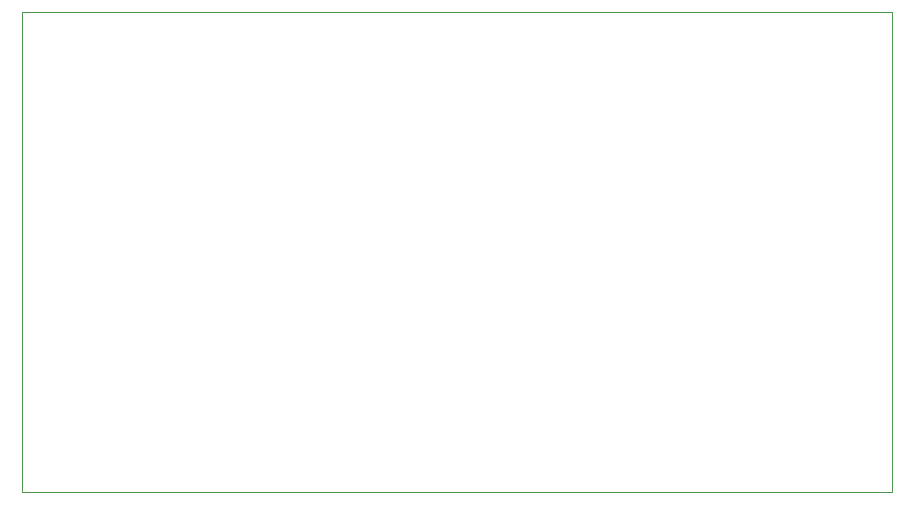
<source format=gbr>
%TF.GenerationSoftware,KiCad,Pcbnew,(6.0.4)*%
%TF.CreationDate,2022-04-26T23:43:02-07:00*%
%TF.ProjectId,SolarChargerV2,536f6c61-7243-4686-9172-67657256322e,rev?*%
%TF.SameCoordinates,Original*%
%TF.FileFunction,Profile,NP*%
%FSLAX46Y46*%
G04 Gerber Fmt 4.6, Leading zero omitted, Abs format (unit mm)*
G04 Created by KiCad (PCBNEW (6.0.4)) date 2022-04-26 23:43:02*
%MOMM*%
%LPD*%
G01*
G04 APERTURE LIST*
%TA.AperFunction,Profile*%
%ADD10C,0.100000*%
%TD*%
G04 APERTURE END LIST*
D10*
X93980000Y-91440000D02*
X160020000Y-91440000D01*
X93980000Y-50800000D02*
X93980000Y-91440000D01*
X160020000Y-50800000D02*
X93980000Y-50800000D01*
X167640000Y-91440000D02*
X167640000Y-50800000D01*
X167640000Y-50800000D02*
X160020000Y-50800000D01*
X160020000Y-91440000D02*
X167640000Y-91440000D01*
M02*

</source>
